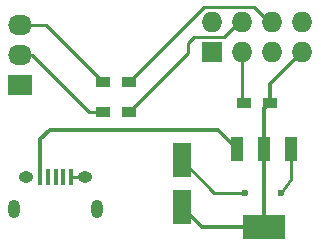
<source format=gtl>
G04 #@! TF.FileFunction,Copper,L1,Top,Mixed*
%FSLAX46Y46*%
G04 Gerber Fmt 4.6, Leading zero omitted, Abs format (unit mm)*
G04 Created by KiCad (PCBNEW (2015-10-27 BZR 1, Git 48df08c)-product) date Thu 14 Jan 2016 01:38:52 AM PST*
%MOMM*%
G01*
G04 APERTURE LIST*
%ADD10C,0.100000*%
%ADD11R,1.501140X2.999740*%
%ADD12R,1.727200X1.727200*%
%ADD13O,1.727200X1.727200*%
%ADD14R,0.400000X1.350000*%
%ADD15O,1.250000X0.950000*%
%ADD16O,1.000000X1.550000*%
%ADD17R,1.200000X0.900000*%
%ADD18R,3.657600X2.032000*%
%ADD19R,1.016000X2.032000*%
%ADD20R,2.032000X1.727200*%
%ADD21O,2.032000X1.727200*%
%ADD22C,0.600000*%
%ADD23C,0.250000*%
%ADD24C,0.350000*%
G04 APERTURE END LIST*
D10*
D11*
X138430000Y-100109020D03*
X138430000Y-104106980D03*
D12*
X140970000Y-90932000D03*
D13*
X140970000Y-88392000D03*
X143510000Y-90932000D03*
X143510000Y-88392000D03*
X146050000Y-90932000D03*
X146050000Y-88392000D03*
X148590000Y-90932000D03*
X148590000Y-88392000D03*
D14*
X126461100Y-101561460D03*
X127111100Y-101561460D03*
X127761100Y-101561460D03*
X128411100Y-101561460D03*
X129061100Y-101561460D03*
D15*
X125261100Y-101561460D03*
X130261100Y-101561460D03*
D16*
X124261100Y-104261460D03*
X131261100Y-104261460D03*
D17*
X131742000Y-93472000D03*
X133942000Y-93472000D03*
X131742000Y-96012000D03*
X133942000Y-96012000D03*
X143680000Y-95250000D03*
X145880000Y-95250000D03*
D18*
X145415000Y-105791000D03*
D19*
X145415000Y-99187000D03*
X143129000Y-99187000D03*
X147701000Y-99187000D03*
D20*
X124714000Y-93726000D03*
D21*
X124714000Y-91186000D03*
X124714000Y-88646000D03*
D22*
X143764000Y-102870000D03*
X146812000Y-102870000D03*
D23*
X129061100Y-101561460D02*
X130261100Y-101561460D01*
X143764000Y-102870000D02*
X141190980Y-102870000D01*
X146812000Y-102870000D02*
X147701000Y-101727000D01*
X147701000Y-99187000D02*
X147701000Y-101727000D01*
X141190980Y-102870000D02*
X138430000Y-100109020D01*
X138430000Y-100109020D02*
X138971020Y-100109020D01*
D24*
X138430000Y-104106980D02*
X140114020Y-105791000D01*
X140114020Y-105791000D02*
X145415000Y-105791000D01*
X145415000Y-99187000D02*
X145415000Y-105791000D01*
X145880000Y-95250000D02*
X145415000Y-95715000D01*
X145415000Y-95715000D02*
X145415000Y-99187000D01*
X148590000Y-90932000D02*
X145880000Y-93642000D01*
X145880000Y-93642000D02*
X145880000Y-95250000D01*
D23*
X131742000Y-93472000D02*
X126916000Y-88646000D01*
X126916000Y-88646000D02*
X124714000Y-88646000D01*
X131742000Y-96012000D02*
X130556000Y-96012000D01*
X130556000Y-96012000D02*
X125730000Y-91186000D01*
X125730000Y-91186000D02*
X124714000Y-91186000D01*
X143510000Y-90932000D02*
X143510000Y-95080000D01*
X143510000Y-95080000D02*
X143680000Y-95250000D01*
X143510000Y-88392000D02*
X143256000Y-88392000D01*
X143256000Y-88392000D02*
X141986000Y-89662000D01*
X141986000Y-89662000D02*
X139446000Y-89662000D01*
X139446000Y-89662000D02*
X138938000Y-90170000D01*
X138938000Y-90170000D02*
X138938000Y-91016000D01*
X138938000Y-91016000D02*
X133942000Y-96012000D01*
X146050000Y-88392000D02*
X145796000Y-88392000D01*
X145796000Y-88392000D02*
X144526000Y-87122000D01*
X144526000Y-87122000D02*
X140292000Y-87122000D01*
X140292000Y-87122000D02*
X133942000Y-93472000D01*
D24*
X143129000Y-99187000D02*
X141478000Y-97536000D01*
X126461100Y-98328900D02*
X126461100Y-101561460D01*
X127254000Y-97536000D02*
X126461100Y-98328900D01*
X141478000Y-97536000D02*
X127254000Y-97536000D01*
M02*

</source>
